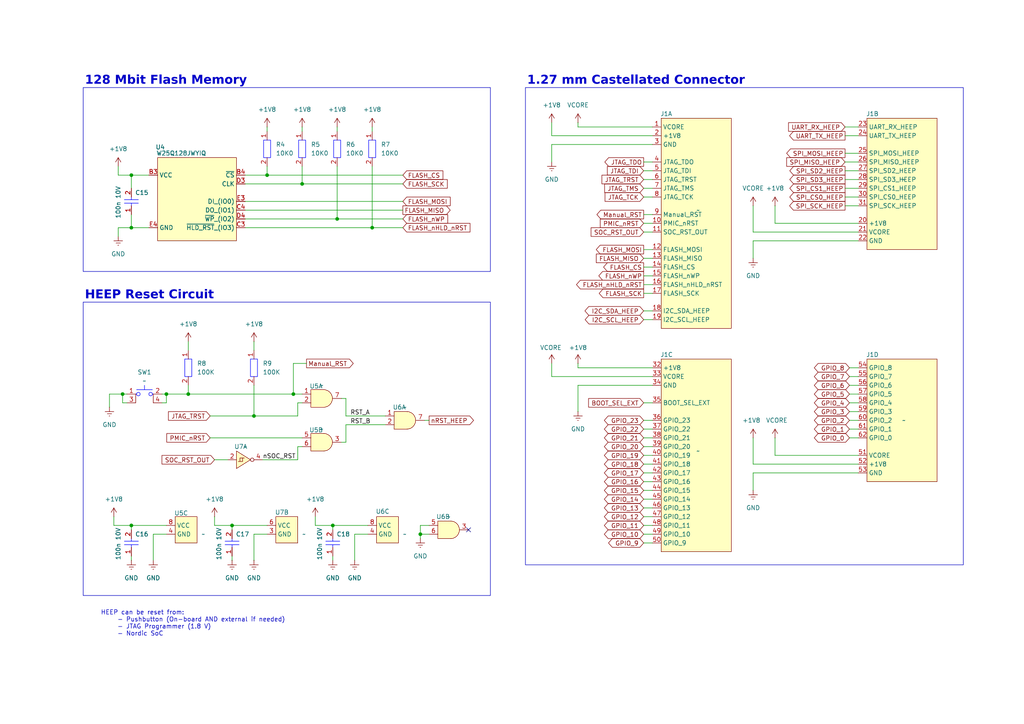
<source format=kicad_sch>
(kicad_sch (version 20231120) (generator "eeschema") (generator_version "8.0")
  (paper "A4")
  (lib_symbols
    (symbol "X-MODs_SchLib:CHEEP_Board_Castellated_Conn_1.27mm" (in_bom no)
      (property "Reference" "J" (at 0.508 1.778 0))
      (symbol "CHEEP_Board_Castellated_Conn_1.27mm_1_1"
        (rectangle (start 0 0) (end 20.32 -60.96) (stroke (width 0) (color 128 0 0 1)) (fill (type background)))
        (pin passive line (at -2.54 -2.54 0) (length 2.54) (name "VCORE") (number "1"))
        (pin passive line (at -2.54 -30.48 0) (length 2.54) (name "PMIC_nRST") (number "10"))
        (pin passive line (at -2.54 -33.02 0) (length 2.54) (name "SOC_RST_OUT") (number "11"))
        (pin passive line (at -2.54 -38.1 0) (length 2.54) (name "FLASH_MOSI") (number "12"))
        (pin passive line (at -2.54 -40.64 0) (length 2.54) (name "FLASH_MISO") (number "13"))
        (pin passive line (at -2.54 -43.18 0) (length 2.54) (name "FLASH_CS") (number "14"))
        (pin passive line (at -2.54 -45.72 0) (length 2.54) (name "FLASH_nWP") (number "15"))
        (pin passive line (at -2.54 -48.26 0) (length 2.54) (name "FLASH_nHLD_nRST") (number "16"))
        (pin passive line (at -2.54 -50.8 0) (length 2.54) (name "FLASH_SCK") (number "17"))
        (pin passive line (at -2.54 -55.88 0) (length 2.54) (name "I2C_SDA_HEEP") (number "18"))
        (pin passive line (at -2.54 -58.42 0) (length 2.54) (name "I2C_SCL_HEEP") (number "19"))
        (pin passive line (at -2.54 -5.08 0) (length 2.54) (name "+1V8") (number "2"))
        (pin passive line (at -2.54 -7.62 0) (length 2.54) (name "GND") (number "3"))
        (pin passive line (at -2.54 -12.7 0) (length 2.54) (name "JTAG_TDO") (number "4"))
        (pin passive line (at -2.54 -15.24 0) (length 2.54) (name "JTAG_TDI") (number "5"))
        (pin passive line (at -2.54 -17.78 0) (length 2.54) (name "JTAG_TRST") (number "6"))
        (pin passive line (at -2.54 -20.32 0) (length 2.54) (name "JTAG_TMS") (number "7"))
        (pin passive line (at -2.54 -22.86 0) (length 2.54) (name "JTAG_TCK") (number "8"))
        (pin passive line (at -2.54 -27.94 0) (length 2.54) (name "Manual_RST") (number "9"))
      )
      (symbol "CHEEP_Board_Castellated_Conn_1.27mm_2_1"
        (rectangle (start 0 0) (end 20.32 -38.1) (stroke (width 0) (color 128 0 0 1)) (fill (type background)))
        (pin passive line (at -2.54 -30.48 0) (length 2.54) (name "+1V8") (number "20"))
        (pin passive line (at -2.54 -33.02 0) (length 2.54) (name "VCORE") (number "21"))
        (pin passive line (at -2.54 -35.56 0) (length 2.54) (name "GND") (number "22"))
        (pin passive line (at -2.54 -2.54 0) (length 2.54) (name "UART_RX_HEEP") (number "23"))
        (pin passive line (at -2.54 -5.08 0) (length 2.54) (name "UART_TX_HEEP") (number "24"))
        (pin passive line (at -2.54 -10.16 0) (length 2.54) (name "SPI_MOSI_HEEP") (number "25"))
        (pin passive line (at -2.54 -12.7 0) (length 2.54) (name "SPI_MISO_HEEP") (number "26"))
        (pin passive line (at -2.54 -15.24 0) (length 2.54) (name "SPI_SD2_HEEP") (number "27"))
        (pin passive line (at -2.54 -17.78 0) (length 2.54) (name "SPI_SD3_HEEP") (number "28"))
        (pin passive line (at -2.54 -20.32 0) (length 2.54) (name "SPI_CS1_HEEP") (number "29"))
        (pin passive line (at -2.54 -22.86 0) (length 2.54) (name "SPI_CS0_HEEP") (number "30"))
        (pin passive line (at -2.54 -25.4 0) (length 2.54) (name "SPI_SCK_HEEP") (number "31"))
      )
      (symbol "CHEEP_Board_Castellated_Conn_1.27mm_3_1"
        (rectangle (start 0 0) (end 20.32 -55.88) (stroke (width 0) (color 128 0 0 1)) (fill (type background)))
        (pin passive line (at -2.54 -2.54 0) (length 2.54) (name "+1V8") (number "32"))
        (pin passive line (at -2.54 -5.08 0) (length 2.54) (name "VCORE") (number "33"))
        (pin passive line (at -2.54 -7.62 0) (length 2.54) (name "GND") (number "34"))
        (pin passive line (at -2.54 -12.7 0) (length 2.54) (name "BOOT_SEL_EXT") (number "35"))
        (pin passive line (at -2.54 -17.78 0) (length 2.54) (name "GPIO_23") (number "36"))
        (pin passive line (at -2.54 -20.32 0) (length 2.54) (name "GPIO_22") (number "37"))
        (pin passive line (at -2.54 -22.86 0) (length 2.54) (name "GPIO_21") (number "38"))
        (pin passive line (at -2.54 -25.4 0) (length 2.54) (name "GPIO_20") (number "39"))
        (pin passive line (at -2.54 -27.94 0) (length 2.54) (name "GPIO_19") (number "40"))
        (pin passive line (at -2.54 -30.48 0) (length 2.54) (name "GPIO_18") (number "41"))
        (pin passive line (at -2.54 -33.02 0) (length 2.54) (name "GPIO_17") (number "42"))
        (pin passive line (at -2.54 -35.56 0) (length 2.54) (name "GPIO_16") (number "43"))
        (pin passive line (at -2.54 -38.1 0) (length 2.54) (name "GPIO_15") (number "44"))
        (pin passive line (at -2.54 -40.64 0) (length 2.54) (name "GPIO_14") (number "45"))
        (pin passive line (at -2.54 -43.18 0) (length 2.54) (name "GPIO_13") (number "46"))
        (pin passive line (at -2.54 -45.72 0) (length 2.54) (name "GPIO_12") (number "47"))
        (pin passive line (at -2.54 -48.26 0) (length 2.54) (name "GPIO_11") (number "48"))
        (pin passive line (at -2.54 -50.8 0) (length 2.54) (name "GPIO_10") (number "49"))
        (pin passive line (at -2.54 -53.34 0) (length 2.54) (name "GPIO_9") (number "50"))
      )
      (symbol "CHEEP_Board_Castellated_Conn_1.27mm_4_1"
        (rectangle (start 0 0) (end 20.32 -35.56) (stroke (width 0) (color 128 0 0 1)) (fill (type background)))
        (pin passive line (at -2.54 -27.94 0) (length 2.54) (name "VCORE") (number "51"))
        (pin passive line (at -2.54 -30.48 0) (length 2.54) (name "+1V8") (number "52"))
        (pin passive line (at -2.54 -33.02 0) (length 2.54) (name "GND") (number "53"))
        (pin passive line (at -2.54 -2.54 0) (length 2.54) (name "GPIO_8") (number "54"))
        (pin passive line (at -2.54 -5.08 0) (length 2.54) (name "GPIO_7") (number "55"))
        (pin passive line (at -2.54 -7.62 0) (length 2.54) (name "GPIO_6") (number "56"))
        (pin passive line (at -2.54 -10.16 0) (length 2.54) (name "GPIO_5") (number "57"))
        (pin passive line (at -2.54 -12.7 0) (length 2.54) (name "GPIO_4") (number "58"))
        (pin passive line (at -2.54 -15.24 0) (length 2.54) (name "GPIO_3") (number "59"))
        (pin passive line (at -2.54 -17.78 0) (length 2.54) (name "GPIO_2") (number "60"))
        (pin passive line (at -2.54 -20.32 0) (length 2.54) (name "GPIO_1") (number "61"))
        (pin passive line (at -2.54 -22.86 0) (length 2.54) (name "GPIO_0") (number "62"))
      )
    )
    (symbol "X-MODs_SchLib:CRCW0402100KFKEDC"
      (property "Reference" "R" (at -4.064 5.588 0))
      (property "Value" "100K" (at -4.064 3.302 0))
      (symbol "CRCW0402100KFKEDC_0_1"
        (rectangle (start -2.54 1.016) (end 2.54 -1.016) (stroke (width 0) (color 0 0 255 1)))
      )
      (symbol "CRCW0402100KFKEDC_1_1"
        (pin passive line (at -5.08 0 0) (length 2.54) (name "") (number "1"))
        (pin passive line (at 5.08 0 180) (length 2.54) (name "") (number "2"))
      )
    )
    (symbol "X-MODs_SchLib:CRCW040210K0FKEDHP"
      (property "Reference" "R" (at -4.064 5.588 0))
      (property "Value" "10K0" (at -4.064 3.302 0))
      (symbol "CRCW040210K0FKEDHP_0_1"
        (rectangle (start -2.54 1.016) (end 2.54 -1.016) (stroke (width 0) (color 0 0 255 1)))
      )
      (symbol "CRCW040210K0FKEDHP_1_1"
        (pin passive line (at -5.08 0 0) (length 2.54) (name "") (number "1"))
        (pin passive line (at 5.08 0 180) (length 2.54) (name "") (number "2"))
      )
    )
    (symbol "X-MODs_SchLib:GRM155R71A104JA01D"
      (property "Reference" "C" (at -4.826 5.588 0))
      (property "Value" "100n 10V" (at -4.826 3.302 0))
      (symbol "GRM155R71A104JA01D_1_1"
        (polyline (pts (xy -1.27 0) (xy -0.508 0)) (stroke (width 0) (color 0 0 255 1)))
        (polyline (pts (xy -0.508 2.032) (xy -0.508 -2.032)) (stroke (width 0) (color 0 0 255 1)))
        (polyline (pts (xy 0.508 2.032) (xy 0.508 -2.032)) (stroke (width 0) (color 0 0 255 1)))
        (polyline (pts (xy 1.27 0) (xy 0.508 0)) (stroke (width 0) (color 0 0 255 1)))
        (pin passive line (at -3.81 0 0) (length 2.54) (name "") (number "1"))
        (pin passive line (at 3.81 0 180) (length 2.54) (name "") (number "2"))
      )
    )
    (symbol "X-MODs_SchLib:SN74AUP1G14DSFR"
      (property "Reference" "U" (at 0.508 3.048 0))
      (property "Value" "SN74AUP1G14DSFR" (at 9.144 1.016 0))
      (symbol "SN74AUP1G14DSFR_1_1"
        (polyline (pts (xy 1.778 -2.032) (xy 2.286 -2.032)))
        (polyline (pts (xy 4.064 -2.54) (xy 0 -5.08) (xy 0 0) (xy 4.064 -2.54)) (fill (type background)))
        (polyline (pts (xy 0.508 -3.048) (xy 1.778 -3.048) (xy 1.778 -2.032) (xy 1.016 -2.032) (xy 1.016 -3.048)))
        (circle (center 4.572 -2.54) (radius 0.508))
        (pin passive line (at -2.54 -2.54 0) (length 2.54) (name "") (number "2"))
        (pin passive line (at 7.62 -2.54 180) (length 2.54) (name "") (number "4"))
      )
      (symbol "SN74AUP1G14DSFR_2_1"
        (rectangle (start 0 0) (end 6.35 -7.62) (stroke (width 0) (color 128 0 0 1)) (fill (type background)))
        (pin no_connect line (at 6.35 -1.27 180) (length 2.54) hide (name "") (number "1"))
        (pin passive line (at -2.54 -5.08 0) (length 2.54) (name "GND") (number "3"))
        (pin no_connect line (at 6.35 -6.35 180) (length 2.54) hide (name "") (number "5"))
        (pin passive line (at -2.54 -2.54 0) (length 2.54) (name "VCC") (number "6"))
      )
    )
    (symbol "X-MODs_SchLib:SN74AUP2G08DQER"
      (property "Reference" "U" (at 0.508 3.302 0))
      (property "Value" "SN74AUP2G08DQER" (at 9.144 1.524 0))
      (symbol "SN74AUP2G08DQER_1_1"
        (polyline (pts (xy 3.81 -5.08) (xy 0 -5.08) (xy 0 0) (xy 3.81 0)) (fill (type background)))
        (arc (start 3.81 -5.08) (mid 6.2335 -2.54) (end 3.81 0) (fill (type background)))
        (pin passive line (at -2.54 -1.27 0) (length 2.54) (name "") (number "1"))
        (pin passive line (at -2.54 -3.81 0) (length 2.54) (name "") (number "2"))
        (pin passive line (at 8.89 -2.54 180) (length 2.54) (name "") (number "7"))
      )
      (symbol "SN74AUP2G08DQER_2_1"
        (polyline (pts (xy 3.81 -5.08) (xy 0 -5.08) (xy 0 0) (xy 3.81 0)) (fill (type background)))
        (arc (start 3.81 -5.08) (mid 6.2335 -2.54) (end 3.81 0) (fill (type background)))
        (pin passive line (at 8.89 -2.54 180) (length 2.54) (name "") (number "3"))
        (pin passive line (at -2.54 -1.27 0) (length 2.54) (name "") (number "5"))
        (pin passive line (at -2.54 -3.81 0) (length 2.54) (name "") (number "6"))
      )
      (symbol "SN74AUP2G08DQER_3_1"
        (rectangle (start 0 0) (end 6.35 -7.62) (stroke (width 0) (color 128 0 0 1)) (fill (type background)))
        (pin passive line (at -2.54 -5.08 0) (length 2.54) (name "GND") (number "4"))
        (pin passive line (at -2.54 -2.54 0) (length 2.54) (name "VCC") (number "8"))
      )
    )
    (symbol "X-MODs_SchLib:TL1030AF160AQJ"
      (property "Reference" "SW" (at -1.27 4.064 0))
      (symbol "TL1030AF160AQJ_0_1"
        (circle (center -1.778 0) (radius 0.508) (stroke (width 0) (color 0 0 255 1)))
        (polyline (pts (xy -2.54 -2.54) (xy -2.54 0)))
        (polyline (pts (xy -2.54 0) (xy -2.286 0)) (stroke (width 0) (color 0 0 255 1)))
        (polyline (pts (xy 2.54 -2.54) (xy 2.54 0)))
        (polyline (pts (xy 2.54 0) (xy 2.286 0)) (stroke (width 0) (color 0 0 255 1)))
        (circle (center 1.778 0) (radius 0.508) (stroke (width 0) (color 0 0 255 1)))
      )
      (symbol "TL1030AF160AQJ_1_1"
        (polyline (pts (xy -2.286 1.27) (xy 2.286 1.27)) (stroke (width 0) (color 0 0 255 1)))
        (polyline (pts (xy 0 2.54) (xy 0 1.27)) (stroke (width 0) (color 0 0 255 1)))
        (pin passive line (at -5.08 0 0) (length 2.54) (name "") (number "1"))
        (pin passive line (at 5.08 0 180) (length 2.54) (name "") (number "2"))
        (pin passive line (at -5.08 -2.54 0) (length 2.54) (name "") (number "3"))
        (pin passive line (at 5.08 -2.54 180) (length 2.54) (name "") (number "4"))
      )
    )
    (symbol "X-MODs_SchLib:W25Q128JWYIQ"
      (property "Reference" "U" (at -0.254 2.794 0))
      (property "Value" "W25Q128JWYIQ " (at -0.254 1.016 0))
      (symbol "W25Q128JWYIQ_0_1"
        (rectangle (start 0 0) (end 22.86 -24.13) (stroke (width 0) (color 128 0 0 1)) (fill (type background)))
      )
      (symbol "W25Q128JWYIQ_1_1"
        (pin no_connect line (at 17.78 0 270) (length 2.54) hide (name "NC") (number "A2"))
        (pin no_connect line (at 20.32 0 270) (length 2.54) hide (name "NC") (number "A5"))
        (pin no_connect line (at 17.145 -23.495 90) (length 2.54) hide (name "NC") (number "A6"))
        (pin no_connect line (at 14.605 -23.495 90) (length 2.54) hide (name "NC") (number "B1"))
        (pin passive line (at -2.54 -5.08 0) (length 2.54) (name "VCC") (number "B3"))
        (pin passive line (at 25.4 -5.08 180) (length 2.54) (name "~{CS}") (number "B4"))
        (pin no_connect line (at 12.065 -23.495 90) (length 2.54) hide (name "NC") (number "B6"))
        (pin no_connect line (at 2.54 0 270) (length 2.54) hide (name "NC") (number "C1"))
        (pin passive line (at 25.4 -20.32 180) (length 2.54) (name "~{HLD_RST}_(IO3)") (number "C3"))
        (pin passive line (at 25.4 -15.24 180) (length 2.54) (name "DO_(IO1)") (number "C4"))
        (pin no_connect line (at 5.08 0 270) (length 2.54) hide (name "NC") (number "C6"))
        (pin no_connect line (at 7.62 0 270) (length 2.54) hide (name "NC") (number "D1"))
        (pin passive line (at 25.4 -7.62 180) (length 2.54) (name "CLK") (number "D3"))
        (pin passive line (at 25.4 -17.78 180) (length 2.54) (name "~{WP}_(IO2)") (number "D4"))
        (pin no_connect line (at 10.16 0 270) (length 2.54) hide (name "NC") (number "D6"))
        (pin no_connect line (at 12.7 0 270) (length 2.54) hide (name "NC") (number "E1"))
        (pin passive line (at 25.4 -12.7 180) (length 2.54) (name "DI_(IO0)") (number "E3"))
        (pin passive line (at -2.54 -20.32 0) (length 2.54) (name "GND") (number "E4"))
        (pin no_connect line (at 15.24 0 270) (length 2.54) hide (name "NC") (number "E6"))
        (pin no_connect line (at 9.525 -23.495 90) (length 2.54) hide (name "NC") (number "F2"))
        (pin no_connect line (at 6.985 -23.495 90) (length 2.54) hide (name "NC") (number "F5"))
      )
    )
    (symbol "power:+1V8" (power) (pin_numbers hide) (pin_names (offset 0) hide)
      (property "Value" "+1V8" (at 0 3.556 0))
      (symbol "+1V8_0_1"
        (polyline (pts (xy -0.762 1.27) (xy 0 2.54)))
        (polyline (pts (xy 0 0) (xy 0 2.54)))
        (polyline (pts (xy 0 2.54) (xy 0.762 1.27)))
      )
      (symbol "+1V8_1_1"
        (pin power_in line (at 0 0 90) (length 0) (name "~") (number "1"))
      )
    )
    (symbol "power:Earth" (power) (pin_numbers hide) (pin_names (offset 0) hide)
      (property "Value" "Earth" (at 0 -3.81 0))
      (symbol "Earth_0_1"
        (polyline (pts (xy -0.635 -1.905) (xy 0.635 -1.905)))
        (polyline (pts (xy -0.127 -2.54) (xy 0.127 -2.54)))
        (polyline (pts (xy 0 -1.27) (xy 0 0)))
        (polyline (pts (xy 1.27 -1.27) (xy -1.27 -1.27)))
      )
      (symbol "Earth_1_1"
        (pin power_in line (at 0 0 270) (length 0) (name "~") (number "1"))
      )
    )
  )
  (junction (at 85.09 114.3))
  (junction (at 87.63 53.34))
  (junction (at 121.92 154.94))
  (junction (at 96.52 152.4))
  (junction (at 35.56 114.3))
  (junction (at 97.79 63.5))
  (junction (at 38.1 50.8))
  (junction (at 107.95 66.04))
  (junction (at 38.1 66.04))
  (junction (at 67.31 152.4))
  (junction (at 54.61 114.3))
  (junction (at 73.66 120.65))
  (junction (at 38.1 152.4))
  (junction (at 48.26 114.3))
  (junction (at 77.47 50.8))
  (no_connect (at 135.89 153.67))
  (wire (pts (xy 186.69 46.99) (xy 189.23 46.99)))
  (wire (pts (xy 91.44 152.4) (xy 96.52 152.4)))
  (wire (pts (xy 218.44 67.31) (xy 248.92 67.31)))
  (wire (pts (xy 123.19 121.92) (xy 124.46 121.92)))
  (wire (pts (xy 38.1 152.4) (xy 48.26 152.4)))
  (wire (pts (xy 160.02 46.99) (xy 160.02 41.91)))
  (wire (pts (xy 186.69 134.62) (xy 189.23 134.62)))
  (wire (pts (xy 88.9 105.41) (xy 85.09 105.41)))
  (wire (pts (xy 186.69 157.48) (xy 189.23 157.48)))
  (wire (pts (xy 73.66 99.06) (xy 73.66 101.6)))
  (wire (pts (xy 44.45 154.94) (xy 48.26 154.94)))
  (wire (pts (xy 86.36 129.54) (xy 86.36 133.35)))
  (wire (pts (xy 38.1 161.29) (xy 38.1 162.56)))
  (wire (pts (xy 167.64 36.83) (xy 189.23 36.83)))
  (wire (pts (xy 87.63 48.26) (xy 87.63 53.34)))
  (wire (pts (xy 86.36 129.54) (xy 87.63 129.54)))
  (wire (pts (xy 186.69 57.15) (xy 189.23 57.15)))
  (wire (pts (xy 186.69 54.61) (xy 189.23 54.61)))
  (wire (pts (xy 100.33 115.57) (xy 100.33 120.65)))
  (wire (pts (xy 116.84 58.42) (xy 71.12 58.42)))
  (wire (pts (xy 124.46 154.94) (xy 121.92 154.94)))
  (wire (pts (xy 186.69 154.94) (xy 189.23 154.94)))
  (wire (pts (xy 167.64 111.76) (xy 167.64 119.38)))
  (wire (pts (xy 245.11 49.53) (xy 248.92 49.53)))
  (wire (pts (xy 62.23 152.4) (xy 67.31 152.4)))
  (wire (pts (xy 87.63 53.34) (xy 71.12 53.34)))
  (wire (pts (xy 160.02 39.37) (xy 189.23 39.37)))
  (wire (pts (xy 73.66 154.94) (xy 73.66 162.56)))
  (wire (pts (xy 167.64 106.68) (xy 189.23 106.68)))
  (wire (pts (xy 246.38 109.22) (xy 248.92 109.22)))
  (wire (pts (xy 160.02 39.37) (xy 160.02 35.56)))
  (wire (pts (xy 76.2 133.35) (xy 86.36 133.35)))
  (wire (pts (xy 186.69 152.4) (xy 189.23 152.4)))
  (wire (pts (xy 246.38 121.92) (xy 248.92 121.92)))
  (wire (pts (xy 116.84 50.8) (xy 77.47 50.8)))
  (wire (pts (xy 87.63 36.83) (xy 87.63 38.1)))
  (wire (pts (xy 97.79 63.5) (xy 116.84 63.5)))
  (wire (pts (xy 48.26 114.3) (xy 48.26 116.84)))
  (wire (pts (xy 186.69 62.23) (xy 189.23 62.23)))
  (wire (pts (xy 245.11 52.07) (xy 248.92 52.07)))
  (wire (pts (xy 38.1 62.23) (xy 38.1 66.04)))
  (wire (pts (xy 91.44 149.86) (xy 91.44 152.4)))
  (wire (pts (xy 186.69 67.31) (xy 189.23 67.31)))
  (wire (pts (xy 186.69 129.54) (xy 189.23 129.54)))
  (wire (pts (xy 246.38 116.84) (xy 248.92 116.84)))
  (wire (pts (xy 116.84 60.96) (xy 71.12 60.96)))
  (wire (pts (xy 97.79 36.83) (xy 97.79 38.1)))
  (wire (pts (xy 99.06 115.57) (xy 100.33 115.57)))
  (wire (pts (xy 121.92 154.94) (xy 121.92 156.21)))
  (wire (pts (xy 71.12 66.04) (xy 107.95 66.04)))
  (wire (pts (xy 245.11 59.69) (xy 248.92 59.69)))
  (wire (pts (xy 107.95 66.04) (xy 116.84 66.04)))
  (wire (pts (xy 107.95 48.26) (xy 107.95 66.04)))
  (wire (pts (xy 218.44 134.62) (xy 218.44 127)))
  (wire (pts (xy 186.69 144.78) (xy 189.23 144.78)))
  (wire (pts (xy 186.69 147.32) (xy 189.23 147.32)))
  (wire (pts (xy 246.38 127) (xy 248.92 127)))
  (wire (pts (xy 102.87 154.94) (xy 102.87 162.56)))
  (wire (pts (xy 186.69 85.09) (xy 189.23 85.09)))
  (wire (pts (xy 160.02 109.22) (xy 189.23 109.22)))
  (wire (pts (xy 38.1 50.8) (xy 43.18 50.8)))
  (wire (pts (xy 67.31 152.4) (xy 77.47 152.4)))
  (wire (pts (xy 167.64 111.76) (xy 189.23 111.76)))
  (wire (pts (xy 100.33 120.65) (xy 111.76 120.65)))
  (wire (pts (xy 34.29 48.26) (xy 34.29 50.8)))
  (wire (pts (xy 186.69 137.16) (xy 189.23 137.16)))
  (wire (pts (xy 86.36 120.65) (xy 86.36 116.84)))
  (wire (pts (xy 33.02 152.4) (xy 38.1 152.4)))
  (wire (pts (xy 96.52 152.4) (xy 96.52 153.67)))
  (wire (pts (xy 54.61 99.06) (xy 54.61 101.6)))
  (wire (pts (xy 97.79 48.26) (xy 97.79 63.5)))
  (wire (pts (xy 54.61 114.3) (xy 54.61 111.76)))
  (wire (pts (xy 186.69 77.47) (xy 189.23 77.47)))
  (wire (pts (xy 186.69 49.53) (xy 189.23 49.53)))
  (wire (pts (xy 38.1 152.4) (xy 38.1 153.67)))
  (wire (pts (xy 186.69 80.01) (xy 189.23 80.01)))
  (wire (pts (xy 35.56 114.3) (xy 35.56 116.84)))
  (wire (pts (xy 167.64 105.41) (xy 167.64 106.68)))
  (wire (pts (xy 107.95 36.83) (xy 107.95 38.1)))
  (wire (pts (xy 77.47 50.8) (xy 71.12 50.8)))
  (wire (pts (xy 116.84 53.34) (xy 87.63 53.34)))
  (wire (pts (xy 48.26 114.3) (xy 54.61 114.3)))
  (wire (pts (xy 186.69 74.93) (xy 189.23 74.93)))
  (wire (pts (xy 186.69 92.71) (xy 189.23 92.71)))
  (wire (pts (xy 246.38 106.68) (xy 248.92 106.68)))
  (wire (pts (xy 186.69 124.46) (xy 189.23 124.46)))
  (wire (pts (xy 246.38 114.3) (xy 248.92 114.3)))
  (wire (pts (xy 96.52 161.29) (xy 96.52 162.56)))
  (wire (pts (xy 85.09 114.3) (xy 87.63 114.3)))
  (wire (pts (xy 224.79 64.77) (xy 224.79 59.69)))
  (wire (pts (xy 218.44 67.31) (xy 218.44 59.69)))
  (wire (pts (xy 77.47 36.83) (xy 77.47 38.1)))
  (wire (pts (xy 186.69 90.17) (xy 189.23 90.17)))
  (wire (pts (xy 224.79 132.08) (xy 224.79 127)))
  (wire (pts (xy 218.44 74.93) (xy 218.44 69.85)))
  (wire (pts (xy 33.02 149.86) (xy 33.02 152.4)))
  (wire (pts (xy 245.11 36.83) (xy 248.92 36.83)))
  (wire (pts (xy 96.52 152.4) (xy 106.68 152.4)))
  (wire (pts (xy 62.23 133.35) (xy 66.04 133.35)))
  (wire (pts (xy 99.06 128.27) (xy 100.33 128.27)))
  (wire (pts (xy 36.83 116.84) (xy 35.56 116.84)))
  (wire (pts (xy 62.23 149.86) (xy 62.23 152.4)))
  (wire (pts (xy 186.69 52.07) (xy 189.23 52.07)))
  (wire (pts (xy 224.79 64.77) (xy 248.92 64.77)))
  (wire (pts (xy 167.64 36.83) (xy 167.64 35.56)))
  (wire (pts (xy 38.1 50.8) (xy 38.1 54.61)))
  (wire (pts (xy 71.12 63.5) (xy 97.79 63.5)))
  (wire (pts (xy 246.38 124.46) (xy 248.92 124.46)))
  (wire (pts (xy 86.36 116.84) (xy 87.63 116.84)))
  (wire (pts (xy 73.66 111.76) (xy 73.66 120.65)))
  (wire (pts (xy 186.69 121.92) (xy 189.23 121.92)))
  (wire (pts (xy 35.56 114.3) (xy 31.75 114.3)))
  (wire (pts (xy 186.69 82.55) (xy 189.23 82.55)))
  (wire (pts (xy 186.69 149.86) (xy 189.23 149.86)))
  (wire (pts (xy 73.66 120.65) (xy 86.36 120.65)))
  (wire (pts (xy 67.31 161.29) (xy 67.31 162.56)))
  (wire (pts (xy 73.66 154.94) (xy 77.47 154.94)))
  (wire (pts (xy 186.69 132.08) (xy 189.23 132.08)))
  (wire (pts (xy 46.99 116.84) (xy 48.26 116.84)))
  (wire (pts (xy 186.69 72.39) (xy 189.23 72.39)))
  (wire (pts (xy 60.96 127) (xy 87.63 127)))
  (wire (pts (xy 224.79 132.08) (xy 248.92 132.08)))
  (wire (pts (xy 31.75 114.3) (xy 31.75 118.11)))
  (wire (pts (xy 60.96 120.65) (xy 73.66 120.65)))
  (wire (pts (xy 54.61 114.3) (xy 85.09 114.3)))
  (wire (pts (xy 100.33 128.27) (xy 100.33 123.19)))
  (wire (pts (xy 186.69 139.7) (xy 189.23 139.7)))
  (wire (pts (xy 124.46 152.4) (xy 121.92 152.4)))
  (wire (pts (xy 218.44 69.85) (xy 248.92 69.85)))
  (wire (pts (xy 186.69 142.24) (xy 189.23 142.24)))
  (wire (pts (xy 245.11 46.99) (xy 248.92 46.99)))
  (wire (pts (xy 246.38 111.76) (xy 248.92 111.76)))
  (wire (pts (xy 160.02 41.91) (xy 189.23 41.91)))
  (wire (pts (xy 245.11 39.37) (xy 248.92 39.37)))
  (wire (pts (xy 77.47 48.26) (xy 77.47 50.8)))
  (wire (pts (xy 218.44 137.16) (xy 248.92 137.16)))
  (wire (pts (xy 218.44 134.62) (xy 248.92 134.62)))
  (wire (pts (xy 245.11 57.15) (xy 248.92 57.15)))
  (wire (pts (xy 35.56 114.3) (xy 36.83 114.3)))
  (wire (pts (xy 46.99 114.3) (xy 48.26 114.3)))
  (wire (pts (xy 245.11 44.45) (xy 248.92 44.45)))
  (wire (pts (xy 245.11 54.61) (xy 248.92 54.61)))
  (wire (pts (xy 102.87 154.94) (xy 106.68 154.94)))
  (wire (pts (xy 85.09 105.41) (xy 85.09 114.3)))
  (wire (pts (xy 186.69 116.84) (xy 189.23 116.84)))
  (wire (pts (xy 160.02 105.41) (xy 160.02 109.22)))
  (wire (pts (xy 38.1 66.04) (xy 43.18 66.04)))
  (wire (pts (xy 186.69 64.77) (xy 189.23 64.77)))
  (wire (pts (xy 44.45 154.94) (xy 44.45 162.56)))
  (wire (pts (xy 34.29 66.04) (xy 38.1 66.04)))
  (wire (pts (xy 218.44 142.24) (xy 218.44 137.16)))
  (wire (pts (xy 246.38 119.38) (xy 248.92 119.38)))
  (wire (pts (xy 100.33 123.19) (xy 111.76 123.19)))
  (wire (pts (xy 34.29 50.8) (xy 38.1 50.8)))
  (wire (pts (xy 67.31 152.4) (xy 67.31 153.67)))
  (wire (pts (xy 121.92 152.4) (xy 121.92 154.94)))
  (wire (pts (xy 34.29 68.58) (xy 34.29 66.04)))
  (wire (pts (xy 186.69 127) (xy 189.23 127)))
  (rectangle (start 152.4 25.4) (end 279.4 163.83))
  (rectangle (start 24.13 25.4) (end 142.24 78.74))
  (rectangle (start 24.13 87.63) (end 142.24 172.72))
  (text "HEEP Reset Circuit" (at 24.638 86.36 0) (effects (font (size 2.54 2.54) (thickness 0.254) (bold yes) (italic yes)) (justify left)))
  (text "HEEP can be reset from:\n	- Pushbutton (On-board AND external if needed)\n	- JTAG Programmer (1.8 V)\n	- Nordic SoC" (at 29.21 180.848 0) (effects (font (size 1.27 1.27)) (justify left)))
  (text "1.27 mm Castellated Connector" (at 152.908 24.13 0) (effects (font (size 2.54 2.54) (thickness 0.254) (bold yes) (italic yes)) (justify left)))
  (text "128 Mbit Flash Memory" (at 24.638 24.13 0) (effects (font (size 2.54 2.54) (thickness 0.254) (bold yes) (italic yes)) (justify left)))
  (label "nSOC_RST" (at 76.2 133.35 0))
  (label "RST_A" (at 101.6 120.65 0))
  (label "RST_B" (at 101.6 123.19 0))
  (global_label "JTAG_TRST" (shape input) (at 186.69 52.07 180) (property "Intersheetrefs" "${INTERSHEET_REFS}" (effects (hide yes))))
  (global_label "GPIO_3" (shape bidirectional) (at 246.38 119.38 180) (property "Intersheetrefs" "${INTERSHEET_REFS}" (effects (hide yes))))
  (global_label "Manual_RST" (shape output) (at 186.69 62.23 180) (property "Intersheetrefs" "${INTERSHEET_REFS}" (effects (hide yes))))
  (global_label "SOC_RST_OUT" (shape input) (at 62.23 133.35 180) (property "Intersheetrefs" "${INTERSHEET_REFS}" (effects (hide yes))))
  (global_label "GPIO_5" (shape bidirectional) (at 246.38 114.3 180) (property "Intersheetrefs" "${INTERSHEET_REFS}" (effects (hide yes))))
  (global_label "SPI_MOSI_HEEP" (shape output) (at 245.11 44.45 180) (property "Intersheetrefs" "${INTERSHEET_REFS}" (effects (hide yes))))
  (global_label "JTAG_TMS" (shape input) (at 186.69 54.61 180) (property "Intersheetrefs" "${INTERSHEET_REFS}" (effects (hide yes))))
  (global_label "GPIO_19" (shape bidirectional) (at 186.69 132.08 180) (property "Intersheetrefs" "${INTERSHEET_REFS}" (effects (hide yes))))
  (global_label "Manual_RST" (shape output) (at 88.9 105.41 0) (property "Intersheetrefs" "${INTERSHEET_REFS}" (effects (hide yes))))
  (global_label "SPI_SCK_HEEP" (shape output) (at 245.11 59.69 180) (property "Intersheetrefs" "${INTERSHEET_REFS}" (effects (hide yes))))
  (global_label "FLASH_CS" (shape output) (at 186.69 77.47 180) (property "Intersheetrefs" "${INTERSHEET_REFS}" (effects (hide yes))))
  (global_label "FLASH_nHLD_nRST" (shape input) (at 116.84 66.04 0) (property "Intersheetrefs" "${INTERSHEET_REFS}" (effects (hide yes))))
  (global_label "GPIO_4" (shape bidirectional) (at 246.38 116.84 180) (property "Intersheetrefs" "${INTERSHEET_REFS}" (effects (hide yes))))
  (global_label "I2C_SCL_HEEP" (shape bidirectional) (at 186.69 92.71 180) (property "Intersheetrefs" "${INTERSHEET_REFS}" (effects (hide yes))))
  (global_label "FLASH_MISO" (shape output) (at 116.84 60.96 0) (property "Intersheetrefs" "${INTERSHEET_REFS}" (effects (hide yes))))
  (global_label "GPIO_7" (shape bidirectional) (at 246.38 109.22 180) (property "Intersheetrefs" "${INTERSHEET_REFS}" (effects (hide yes))))
  (global_label "GPIO_0" (shape bidirectional) (at 246.38 127 180) (property "Intersheetrefs" "${INTERSHEET_REFS}" (effects (hide yes))))
  (global_label "BOOT_SEL_EXT" (shape input) (at 186.69 116.84 180) (property "Intersheetrefs" "${INTERSHEET_REFS}" (effects (hide yes))))
  (global_label "FLASH_MOSI" (shape output) (at 186.69 72.39 180) (property "Intersheetrefs" "${INTERSHEET_REFS}" (effects (hide yes))))
  (global_label "GPIO_17" (shape bidirectional) (at 186.69 137.16 180) (property "Intersheetrefs" "${INTERSHEET_REFS}" (effects (hide yes))))
  (global_label "UART_TX_HEEP" (shape output) (at 245.11 39.37 180) (property "Intersheetrefs" "${INTERSHEET_REFS}" (effects (hide yes))))
  (global_label "SPI_MISO_HEEP" (shape input) (at 245.11 46.99 180) (property "Intersheetrefs" "${INTERSHEET_REFS}" (effects (hide yes))))
  (global_label "FLASH_nWP" (shape input) (at 116.84 63.5 0) (property "Intersheetrefs" "${INTERSHEET_REFS}" (effects (hide yes))))
  (global_label "GPIO_20" (shape bidirectional) (at 186.69 129.54 180) (property "Intersheetrefs" "${INTERSHEET_REFS}" (effects (hide yes))))
  (global_label "GPIO_6" (shape bidirectional) (at 246.38 111.76 180) (property "Intersheetrefs" "${INTERSHEET_REFS}" (effects (hide yes))))
  (global_label "FLASH_MOSI" (shape input) (at 116.84 58.42 0) (property "Intersheetrefs" "${INTERSHEET_REFS}" (effects (hide yes))))
  (global_label "JTAG_TDO" (shape output) (at 186.69 46.99 180) (property "Intersheetrefs" "${INTERSHEET_REFS}" (effects (hide yes))))
  (global_label "GPIO_1" (shape bidirectional) (at 246.38 124.46 180) (property "Intersheetrefs" "${INTERSHEET_REFS}" (effects (hide yes))))
  (global_label "GPIO_21" (shape bidirectional) (at 186.69 127 180) (property "Intersheetrefs" "${INTERSHEET_REFS}" (effects (hide yes))))
  (global_label "SOC_RST_OUT" (shape input) (at 186.69 67.31 180) (property "Intersheetrefs" "${INTERSHEET_REFS}" (effects (hide yes))))
  (global_label "GPIO_16" (shape bidirectional) (at 186.69 139.7 180) (property "Intersheetrefs" "${INTERSHEET_REFS}" (effects (hide yes))))
  (global_label "GPIO_18" (shape bidirectional) (at 186.69 134.62 180) (property "Intersheetrefs" "${INTERSHEET_REFS}" (effects (hide yes))))
  (global_label "FLASH_MISO" (shape input) (at 186.69 74.93 180) (property "Intersheetrefs" "${INTERSHEET_REFS}" (effects (hide yes))))
  (global_label "GPIO_11" (shape bidirectional) (at 186.69 152.4 180) (property "Intersheetrefs" "${INTERSHEET_REFS}" (effects (hide yes))))
  (global_label "GPIO_12" (shape bidirectional) (at 186.69 149.86 180) (property "Intersheetrefs" "${INTERSHEET_REFS}" (effects (hide yes))))
  (global_label "SPI_SD3_HEEP" (shape output) (at 245.11 52.07 180) (property "Intersheetrefs" "${INTERSHEET_REFS}" (effects (hide yes))))
  (global_label "JTAG_TDI" (shape input) (at 186.69 49.53 180) (property "Intersheetrefs" "${INTERSHEET_REFS}" (effects (hide yes))))
  (global_label "GPIO_23" (shape bidirectional) (at 186.69 121.92 180) (property "Intersheetrefs" "${INTERSHEET_REFS}" (effects (hide yes))))
  (global_label "GPIO_13" (shape bidirectional) (at 186.69 147.32 180) (property "Intersheetrefs" "${INTERSHEET_REFS}" (effects (hide yes))))
  (global_label "GPIO_10" (shape bidirectional) (at 186.69 154.94 180) (property "Intersheetrefs" "${INTERSHEET_REFS}" (effects (hide yes))))
  (global_label "GPIO_2" (shape bidirectional) (at 246.38 121.92 180) (property "Intersheetrefs" "${INTERSHEET_REFS}" (effects (hide yes))))
  (global_label "GPIO_8" (shape bidirectional) (at 246.38 106.68 180) (property "Intersheetrefs" "${INTERSHEET_REFS}" (effects (hide yes))))
  (global_label "GPIO_14" (shape bidirectional) (at 186.69 144.78 180) (property "Intersheetrefs" "${INTERSHEET_REFS}" (effects (hide yes))))
  (global_label "JTAG_TRST" (shape input) (at 60.96 120.65 180) (property "Intersheetrefs" "${INTERSHEET_REFS}" (effects (hide yes))))
  (global_label "SPI_CS1_HEEP" (shape output) (at 245.11 54.61 180) (property "Intersheetrefs" "${INTERSHEET_REFS}" (effects (hide yes))))
  (global_label "GPIO_9" (shape bidirectional) (at 186.69 157.48 180) (property "Intersheetrefs" "${INTERSHEET_REFS}" (effects (hide yes))))
  (global_label "SPI_SD2_HEEP" (shape output) (at 245.11 49.53 180) (property "Intersheetrefs" "${INTERSHEET_REFS}" (effects (hide yes))))
  (global_label "FLASH_SCK" (shape output) (at 186.69 85.09 180) (property "Intersheetrefs" "${INTERSHEET_REFS}" (effects (hide yes))))
  (global_label "GPIO_15" (shape bidirectional) (at 186.69 142.24 180) (property "Intersheetrefs" "${INTERSHEET_REFS}" (effects (hide yes))))
  (global_label "GPIO_22" (shape bidirectional) (at 186.69 124.46 180) (property "Intersheetrefs" "${INTERSHEET_REFS}" (effects (hide yes))))
  (global_label "FLASH_CS" (shape input) (at 116.84 50.8 0) (property "Intersheetrefs" "${INTERSHEET_REFS}" (effects (hide yes))))
  (global_label "PMIC_nRST" (shape input) (at 60.96 127 180) (property "Intersheetrefs" "${INTERSHEET_REFS}" (effects (hide yes))))
  (global_label "SPI_CS0_HEEP" (shape output) (at 245.11 57.15 180) (property "Intersheetrefs" "${INTERSHEET_REFS}" (effects (hide yes))))
  (global_label "FLASH_nHLD_nRST" (shape output) (at 186.69 82.55 180) (property "Intersheetrefs" "${INTERSHEET_REFS}" (effects (hide yes))))
  (global_label "FLASH_SCK" (shape input) (at 116.84 53.34 0) (property "Intersheetrefs" "${INTERSHEET_REFS}" (effects (hide yes))))
  (global_label "JTAG_TCK" (shape input) (at 186.69 57.15 180) (property "Intersheetrefs" "${INTERSHEET_REFS}" (effects (hide yes))))
  (global_label "UART_RX_HEEP" (shape input) (at 245.11 36.83 180) (property "Intersheetrefs" "${INTERSHEET_REFS}" (effects (hide yes))))
  (global_label "FLASH_nWP" (shape output) (at 186.69 80.01 180) (property "Intersheetrefs" "${INTERSHEET_REFS}" (effects (hide yes))))
  (global_label "I2C_SDA_HEEP" (shape bidirectional) (at 186.69 90.17 180) (property "Intersheetrefs" "${INTERSHEET_REFS}" (effects (hide yes))))
  (global_label "nRST_HEEP" (shape output) (at 124.46 121.92 0) (property "Intersheetrefs" "${INTERSHEET_REFS}" (effects (hide yes))))
  (global_label "PMIC_nRST" (shape input) (at 186.69 64.77 180) (property "Intersheetrefs" "${INTERSHEET_REFS}" (effects (hide yes))))
  (symbol (lib_id "power:+1V8") (at 97.79 36.83 0) (unit 1)
    (property "Reference" "#PWR023" (effects (hide yes)))
    (property "Value" "+1V8" (at 97.79 31.75 0))
    (property "Description" "Power symbol creates a global label with name \"+1V8\"" (effects (hide yes)))
  )
  (symbol (lib_id "X-MODs_SchLib:SN74AUP2G08DQER") (at 50.8 149.86 0) (unit 3)
    (property "Reference" "U5" (at 50.546 148.844 0) (effects (justify left)))
    (property "Value" "~" (at 58.42 154.94 0) (effects (justify left)))
    (property "Footprint" "X-MODs_PcbLib:X2SON-8" (effects (hide yes)))
    (property "Datasheet" "https://www.ti.com/lit/gpn/sn74aup2g08" (effects (hide yes)))
    (property "Description" "Logic Gates Low-Pwr Dual 2-Inp Pos-AND Gate" (effects (hide yes)))
    (property "MPN" "SN74AUP2G08DQER" (effects (hide yes)))
  )
  (symbol (lib_id "X-MODs_SchLib:GRM155R71A104JA01D") (at 67.31 157.48 90) (unit 1)
    (property "Reference" "C17" (at 70.358 154.94 90))
    (property "Value" "100n 10V" (at 63.5 157.734 0))
    (property "Footprint" "X-MODs_PcbLib:C0402" (effects (hide yes)))
    (property "Datasheet" "https://www.mouser.es/datasheet/2/281/1/GRM155R71A104JA01_01A-1984196.pdf" (effects (hide yes)))
    (property "Description" "Multilayer Ceramic Capacitors MLCC - SMD/SMT 0.1 uF 10 VDC 5% 0402 X7R" (effects (hide yes)))
    (property "MPN" "GRM155R71A104JA01D" (effects (hide yes)))
  )
  (symbol (lib_id "power:+1V8") (at 160.02 105.41 0) (unit 1)
    (property "Reference" "#PWR033" (effects (hide yes)))
    (property "Value" "VCORE" (at 159.766 100.838 0))
    (property "Description" "Power symbol creates a global label with name \"+1V8\"" (effects (hide yes)))
  )
  (symbol (lib_id "X-MODs_SchLib:CRCW040210K0FKEDHP") (at 87.63 43.18 270) (unit 1)
    (property "Reference" "R5" (at 90.17 41.9099 90) (effects (justify left)))
    (property "Value" "10K0" (at 90.17 44.4499 90) (effects (justify left)))
    (property "Footprint" "X-MODs_PcbLib:R0402" (effects (hide yes)))
    (property "Datasheet" "https://www.vishay.com/doc?20043" (effects (hide yes)))
    (property "Description" "Thick Film Resistors - SMD 0.2W 10Kohms 1% High Power AEC-Q200" (effects (hide yes)))
    (property "MPN" "CRCW040210K0FKEDHP" (effects (hide yes)))
  )
  (symbol (lib_id "X-MODs_SchLib:GRM155R71A104JA01D") (at 38.1 58.42 90) (unit 1)
    (property "Reference" "C15" (at 41.148 55.88 90))
    (property "Value" "100n 10V" (at 34.29 58.674 0))
    (property "Footprint" "X-MODs_PcbLib:C0402" (effects (hide yes)))
    (property "Datasheet" "https://www.mouser.es/datasheet/2/281/1/GRM155R71A104JA01_01A-1984196.pdf" (effects (hide yes)))
    (property "Description" "Multilayer Ceramic Capacitors MLCC - SMD/SMT 0.1 uF 10 VDC 5% 0402 X7R" (effects (hide yes)))
    (property "MPN" "GRM155R71A104JA01D" (effects (hide yes)))
  )
  (symbol (lib_id "power:Earth") (at 96.52 162.56 0) (mirror y) (unit 1)
    (property "Reference" "#PWR048" (effects (hide yes)))
    (property "Value" "GND" (at 96.52 167.64 0))
    (property "Description" "Power symbol creates a global label with name \"Earth\"" (effects (hide yes)))
  )
  (symbol (lib_id "power:+1V8") (at 33.02 149.86 0) (unit 1)
    (property "Reference" "#PWR040" (effects (hide yes)))
    (property "Value" "+1V8" (at 33.02 144.78 0))
    (property "Description" "Power symbol creates a global label with name \"+1V8\"" (effects (hide yes)))
  )
  (symbol (lib_id "X-MODs_SchLib:CRCW0402100KFKEDC") (at 54.61 106.68 270) (unit 1)
    (property "Reference" "R8" (at 57.15 105.4099 90) (effects (justify left)))
    (property "Value" "100K" (at 57.15 107.9499 90) (effects (justify left)))
    (property "Footprint" "X-MODs_PcbLib:R0402" (effects (hide yes)))
    (property "Datasheet" "https://www.vishay.com/doc?28773" (effects (hide yes)))
    (property "Description" "Thick Film Resistors - SMD 1/16watt 100Kohms 1% Commercial Use" (effects (hide yes)))
    (property "MPN" "CRCW0402100KFKEDC" (effects (hide yes)))
  )
  (symbol (lib_id "power:Earth") (at 67.31 162.56 0) (mirror y) (unit 1)
    (property "Reference" "#PWR046" (effects (hide yes)))
    (property "Value" "GND" (at 67.31 167.64 0))
    (property "Description" "Power symbol creates a global label with name \"Earth\"" (effects (hide yes)))
  )
  (symbol (lib_id "power:+1V8") (at 34.29 48.26 0) (unit 1)
    (property "Reference" "#PWR026" (effects (hide yes)))
    (property "Value" "+1V8" (at 34.29 43.18 0))
    (property "Description" "Power symbol creates a global label with name \"+1V8\"" (effects (hide yes)))
  )
  (symbol (lib_id "X-MODs_SchLib:SN74AUP2G08DQER") (at 127 151.13 0) (unit 2)
    (property "Reference" "U6" (at 128.524 149.86 0))
    (property "Value" "~" (at 130.175 149.86 0))
    (property "Footprint" "X-MODs_PcbLib:X2SON-8" (effects (hide yes)))
    (property "Datasheet" "https://www.ti.com/lit/gpn/sn74aup2g08" (effects (hide yes)))
    (property "Description" "Logic Gates Low-Pwr Dual 2-Inp Pos-AND Gate" (effects (hide yes)))
    (property "MPN" "SN74AUP2G08DQER" (effects (hide yes)))
  )
  (symbol (lib_id "X-MODs_SchLib:GRM155R71A104JA01D") (at 96.52 157.48 90) (unit 1)
    (property "Reference" "C18" (at 99.568 154.94 90))
    (property "Value" "100n 10V" (at 92.71 157.734 0))
    (property "Footprint" "X-MODs_PcbLib:C0402" (effects (hide yes)))
    (property "Datasheet" "https://www.mouser.es/datasheet/2/281/1/GRM155R71A104JA01_01A-1984196.pdf" (effects (hide yes)))
    (property "Description" "Multilayer Ceramic Capacitors MLCC - SMD/SMT 0.1 uF 10 VDC 5% 0402 X7R" (effects (hide yes)))
    (property "MPN" "GRM155R71A104JA01D" (effects (hide yes)))
  )
  (symbol (lib_id "power:+1V8") (at 73.66 99.06 0) (unit 1)
    (property "Reference" "#PWR032" (effects (hide yes)))
    (property "Value" "+1V8" (at 73.66 93.98 0))
    (property "Description" "Power symbol creates a global label with name \"+1V8\"" (effects (hide yes)))
  )
  (symbol (lib_id "X-MODs_SchLib:SN74AUP1G14DSFR") (at 80.01 149.86 0) (unit 2)
    (property "Reference" "U7" (at 79.756 148.59 0) (effects (justify left)))
    (property "Value" "~" (at 87.63 154.94 0) (effects (justify left)))
    (property "Footprint" "X-MODs_PcbLib:X2SON-6" (effects (hide yes)))
    (property "Datasheet" "https://www.ti.com/lit/gpn/sn74aup1g14" (effects (hide yes)))
    (property "Description" "Inverters Low-Pwr Sgl Schmitt- Trigger Inverter" (effects (hide yes)))
    (property "MPN" "SN74AUP1G14DSFR" (effects (hide yes)))
  )
  (symbol (lib_id "power:Earth") (at 121.92 156.21 0) (mirror y) (unit 1)
    (property "Reference" "#PWR043" (effects (hide yes)))
    (property "Value" "GND" (at 121.92 161.29 0))
    (property "Description" "Power symbol creates a global label with name \"Earth\"" (effects (hide yes)))
  )
  (symbol (lib_id "X-MODs_SchLib:SN74AUP2G08DQER") (at 114.3 119.38 0) (unit 1)
    (property "Reference" "U6" (at 115.824 118.11 0))
    (property "Value" "~" (at 117.475 118.11 0))
    (property "Footprint" "X-MODs_PcbLib:X2SON-8" (effects (hide yes)))
    (property "Datasheet" "https://www.ti.com/lit/gpn/sn74aup2g08" (effects (hide yes)))
    (property "Description" "Logic Gates Low-Pwr Dual 2-Inp Pos-AND Gate" (effects (hide yes)))
    (property "MPN" "SN74AUP2G08DQER" (effects (hide yes)))
  )
  (symbol (lib_id "power:+1V8") (at 62.23 149.86 0) (unit 1)
    (property "Reference" "#PWR041" (effects (hide yes)))
    (property "Value" "+1V8" (at 62.23 144.78 0))
    (property "Description" "Power symbol creates a global label with name \"+1V8\"" (effects (hide yes)))
  )
  (symbol (lib_id "power:Earth") (at 167.64 119.38 0) (unit 1)
    (property "Reference" "#PWR036" (effects (hide yes)))
    (property "Value" "GND" (at 167.64 124.4328 0))
    (property "Description" "Power symbol creates a global label with name \"Earth\"" (effects (hide yes)))
  )
  (symbol (lib_id "power:+1V8") (at 167.64 105.41 0) (unit 1)
    (property "Reference" "#PWR034" (effects (hide yes)))
    (property "Value" "+1V8" (at 167.64 100.838 0))
    (property "Description" "Power symbol creates a global label with name \"+1V8\"" (effects (hide yes)))
  )
  (symbol (lib_id "power:+1V8") (at 218.44 59.69 0) (unit 1)
    (property "Reference" "#PWR027" (effects (hide yes)))
    (property "Value" "VCORE" (at 218.44 54.61 0))
    (property "Description" "Power symbol creates a global label with name \"+1V8\"" (effects (hide yes)))
  )
  (symbol (lib_id "X-MODs_SchLib:CRCW0402100KFKEDC") (at 73.66 106.68 270) (unit 1)
    (property "Reference" "R9" (at 76.2 105.4099 90) (effects (justify left)))
    (property "Value" "100K" (at 76.2 107.9499 90) (effects (justify left)))
    (property "Footprint" "X-MODs_PcbLib:R0402" (effects (hide yes)))
    (property "Datasheet" "https://www.vishay.com/doc?28773" (effects (hide yes)))
    (property "Description" "Thick Film Resistors - SMD 1/16watt 100Kohms 1% Commercial Use" (effects (hide yes)))
    (property "MPN" "CRCW0402100KFKEDC" (effects (hide yes)))
  )
  (symbol (lib_id "X-MODs_SchLib:CHEEP_Board_Castellated_Conn_1.27mm") (at 251.46 104.14 0) (unit 4) (in_bom no)
    (property "Reference" "J1" (at 251.206 102.87 0) (effects (justify left)))
    (property "Value" "~" (at 261.62 121.92 0) (effects (justify left)))
    (property "Footprint" "X-MODs_PcbLib:CHEEP_Board_Castellated_Conn_1.27mm" (effects (hide yes)))
    (property "Description" "CHEEP_Board_Castellated_Conn_1.27mm" (effects (hide yes)))
  )
  (symbol (lib_id "power:Earth") (at 218.44 74.93 0) (unit 1)
    (property "Reference" "#PWR030" (effects (hide yes)))
    (property "Value" "GND" (at 218.44 79.9828 0))
    (property "Description" "Power symbol creates a global label with name \"Earth\"" (effects (hide yes)))
  )
  (symbol (lib_id "power:Earth") (at 73.66 162.56 0) (mirror y) (unit 1)
    (property "Reference" "#PWR047" (effects (hide yes)))
    (property "Value" "GND" (at 73.66 167.64 0))
    (property "Description" "Power symbol creates a global label with name \"Earth\"" (effects (hide yes)))
  )
  (symbol (lib_id "X-MODs_SchLib:W25Q128JWYIQ") (at 45.72 45.72 0) (unit 1)
    (property "Reference" "U4" (at 46.482 42.672 0))
    (property "Value" "W25Q128JWYIQ" (at 52.578 44.45 0))
    (property "Footprint" "X-MODs_PcbLib:WLCSP-21" (effects (hide yes)))
    (property "Datasheet" "https://www.mouser.es/datasheet/2/949/W25Q128JW_RevB_11042019-1761358.pdf" (effects (hide yes)))
    (property "Description" "NOR Flash spiFlash, 1.8V, 128M-bit, 4Kb Uniform Sector" (effects (hide yes)))
    (property "MPN" "W25Q128JWYIQ" (effects (hide yes)))
  )
  (symbol (lib_id "power:+1V8") (at 167.64 35.56 0) (unit 1)
    (property "Reference" "#PWR020" (effects (hide yes)))
    (property "Value" "VCORE" (at 167.64 30.48 0))
    (property "Description" "Power symbol creates a global label with name \"+1V8\"" (effects (hide yes)))
  )
  (symbol (lib_id "X-MODs_SchLib:CRCW040210K0FKEDHP") (at 107.95 43.18 270) (unit 1)
    (property "Reference" "R7" (at 110.49 41.9099 90) (effects (justify left)))
    (property "Value" "10K0" (at 110.49 44.4499 90) (effects (justify left)))
    (property "Footprint" "X-MODs_PcbLib:R0402" (effects (hide yes)))
    (property "Datasheet" "https://www.vishay.com/doc?20043" (effects (hide yes)))
    (property "Description" "Thick Film Resistors - SMD 0.2W 10Kohms 1% High Power AEC-Q200" (effects (hide yes)))
    (property "MPN" "CRCW040210K0FKEDHP" (effects (hide yes)))
  )
  (symbol (lib_id "power:Earth") (at 38.1 162.56 0) (mirror y) (unit 1)
    (property "Reference" "#PWR044" (effects (hide yes)))
    (property "Value" "GND" (at 38.1 167.64 0))
    (property "Description" "Power symbol creates a global label with name \"Earth\"" (effects (hide yes)))
  )
  (symbol (lib_id "power:+1V8") (at 91.44 149.86 0) (unit 1)
    (property "Reference" "#PWR042" (effects (hide yes)))
    (property "Value" "+1V8" (at 91.44 144.78 0))
    (property "Description" "Power symbol creates a global label with name \"+1V8\"" (effects (hide yes)))
  )
  (symbol (lib_id "power:Earth") (at 160.02 46.99 0) (unit 1)
    (property "Reference" "#PWR025" (effects (hide yes)))
    (property "Value" "GND" (at 160.02 52.0428 0))
    (property "Description" "Power symbol creates a global label with name \"Earth\"" (effects (hide yes)))
  )
  (symbol (lib_id "X-MODs_SchLib:SN74AUP1G14DSFR") (at 68.58 130.81 0) (unit 1)
    (property "Reference" "U7" (at 69.85 129.54 0))
    (property "Value" "~" (at 71.12 129.54 0))
    (property "Footprint" "X-MODs_PcbLib:X2SON-6" (effects (hide yes)))
    (property "Datasheet" "https://www.ti.com/lit/gpn/sn74aup1g14" (effects (hide yes)))
    (property "Description" "Inverters Low-Pwr Sgl Schmitt- Trigger Inverter" (effects (hide yes)))
    (property "MPN" "SN74AUP1G14DSFR" (effects (hide yes)))
  )
  (symbol (lib_id "X-MODs_SchLib:CRCW040210K0FKEDHP") (at 97.79 43.18 270) (unit 1)
    (property "Reference" "R6" (at 100.33 41.9099 90) (effects (justify left)))
    (property "Value" "10K0" (at 100.33 44.4499 90) (effects (justify left)))
    (property "Footprint" "X-MODs_PcbLib:R0402" (effects (hide yes)))
    (property "Datasheet" "https://www.vishay.com/doc?20043" (effects (hide yes)))
    (property "Description" "Thick Film Resistors - SMD 0.2W 10Kohms 1% High Power AEC-Q200" (effects (hide yes)))
    (property "MPN" "CRCW040210K0FKEDHP" (effects (hide yes)))
  )
  (symbol (lib_id "power:Earth") (at 218.44 142.24 0) (unit 1)
    (property "Reference" "#PWR039" (effects (hide yes)))
    (property "Value" "GND" (at 218.44 147.2928 0))
    (property "Description" "Power symbol creates a global label with name \"Earth\"" (effects (hide yes)))
  )
  (symbol (lib_id "X-MODs_SchLib:GRM155R71A104JA01D") (at 38.1 157.48 90) (unit 1)
    (property "Reference" "C16" (at 41.148 154.94 90))
    (property "Value" "100n 10V" (at 34.29 157.734 0))
    (property "Footprint" "X-MODs_PcbLib:C0402" (effects (hide yes)))
    (property "Datasheet" "https://www.mouser.es/datasheet/2/281/1/GRM155R71A104JA01_01A-1984196.pdf" (effects (hide yes)))
    (property "Description" "Multilayer Ceramic Capacitors MLCC - SMD/SMT 0.1 uF 10 VDC 5% 0402 X7R" (effects (hide yes)))
    (property "MPN" "GRM155R71A104JA01D" (effects (hide yes)))
  )
  (symbol (lib_id "X-MODs_SchLib:TL1030AF160AQJ") (at 41.91 114.3 0) (unit 1)
    (property "Reference" "SW1" (at 41.91 107.95 0))
    (property "Value" "~" (at 41.91 110.49 0))
    (property "Footprint" "X-MODs_PcbLib:TL1030AF160AQJ" (effects (hide yes)))
    (property "Datasheet" "https://www.mouser.ch/datasheet/2/140/TL1030-3475453.pdf" (effects (hide yes)))
    (property "Description" "Tactile Switches TACT, Surface Mount, Right Angle, Gull Wing, 50mA, 12VDC" (effects (hide yes)))
    (property "MPN" "TL1030AF160AQJ" (effects (hide yes)))
  )
  (symbol (lib_id "power:+1V8") (at 107.95 36.83 0) (unit 1)
    (property "Reference" "#PWR024" (effects (hide yes)))
    (property "Value" "+1V8" (at 107.95 31.75 0))
    (property "Description" "Power symbol creates a global label with name \"+1V8\"" (effects (hide yes)))
  )
  (symbol (lib_id "power:+1V8") (at 224.79 59.69 0) (unit 1)
    (property "Reference" "#PWR028" (effects (hide yes)))
    (property "Value" "+1V8" (at 224.79 54.61 0))
    (property "Description" "Power symbol creates a global label with name \"+1V8\"" (effects (hide yes)))
  )
  (symbol (lib_id "power:Earth") (at 102.87 162.56 0) (mirror y) (unit 1)
    (property "Reference" "#PWR049" (effects (hide yes)))
    (property "Value" "GND" (at 102.87 167.64 0))
    (property "Description" "Power symbol creates a global label with name \"Earth\"" (effects (hide yes)))
  )
  (symbol (lib_id "power:+1V8") (at 77.47 36.83 0) (unit 1)
    (property "Reference" "#PWR021" (effects (hide yes)))
    (property "Value" "+1V8" (at 77.47 31.75 0))
    (property "Description" "Power symbol creates a global label with name \"+1V8\"" (effects (hide yes)))
  )
  (symbol (lib_id "power:+1V8") (at 54.61 99.06 0) (unit 1)
    (property "Reference" "#PWR031" (effects (hide yes)))
    (property "Value" "+1V8" (at 54.61 93.98 0))
    (property "Description" "Power symbol creates a global label with name \"+1V8\"" (effects (hide yes)))
  )
  (symbol (lib_id "X-MODs_SchLib:SN74AUP2G08DQER") (at 90.17 113.03 0) (unit 1)
    (property "Reference" "U5" (at 91.694 112.014 0))
    (property "Value" "~" (at 93.345 111.76 0))
    (property "Footprint" "X-MODs_PcbLib:X2SON-8" (effects (hide yes)))
    (property "Datasheet" "https://www.ti.com/lit/gpn/sn74aup2g08" (effects (hide yes)))
    (property "Description" "Logic Gates Low-Pwr Dual 2-Inp Pos-AND Gate" (effects (hide yes)))
    (property "MPN" "SN74AUP2G08DQER" (effects (hide yes)))
  )
  (symbol (lib_id "X-MODs_SchLib:SN74AUP2G08DQER") (at 109.22 149.86 0) (unit 3)
    (property "Reference" "U6" (at 108.966 148.336 0) (effects (justify left)))
    (property "Value" "~" (at 116.84 154.94 0) (effects (justify left)))
    (property "Footprint" "X-MODs_PcbLib:X2SON-8" (effects (hide yes)))
    (property "Datasheet" "https://www.ti.com/lit/gpn/sn74aup2g08" (effects (hide yes)))
    (property "Description" "Logic Gates Low-Pwr Dual 2-Inp Pos-AND Gate" (effects (hide yes)))
    (property "MPN" "SN74AUP2G08DQER" (effects (hide yes)))
  )
  (symbol (lib_id "power:+1V8") (at 87.63 36.83 0) (unit 1)
    (property "Reference" "#PWR022" (effects (hide yes)))
    (property "Value" "+1V8" (at 87.63 31.75 0))
    (property "Description" "Power symbol creates a global label with name \"+1V8\"" (effects (hide yes)))
  )
  (symbol (lib_id "power:+1V8") (at 224.79 127 0) (unit 1)
    (property "Reference" "#PWR038" (effects (hide yes)))
    (property "Value" "VCORE" (at 225.298 121.92 0))
    (property "Description" "Power symbol creates a global label with name \"+1V8\"" (effects (hide yes)))
  )
  (symbol (lib_id "X-MODs_SchLib:CHEEP_Board_Castellated_Conn_1.27mm") (at 191.77 104.14 0) (unit 3) (in_bom no)
    (property "Reference" "J1" (at 191.516 102.87 0) (effects (justify left)))
    (property "Value" "~" (at 201.93 130.81 0) (effects (justify left)))
    (property "Footprint" "X-MODs_PcbLib:CHEEP_Board_Castellated_Conn_1.27mm" (effects (hide yes)))
    (property "Description" "CHEEP_Board_Castellated_Conn_1.27mm" (effects (hide yes)))
  )
  (symbol (lib_id "X-MODs_SchLib:CHEEP_Board_Castellated_Conn_1.27mm") (at 251.46 34.29 0) (unit 2) (in_bom no)
    (property "Reference" "J1" (at 251.206 33.02 0) (effects (justify left)))
    (property "Value" "~" (at 261.62 52.07 0) (effects (justify left)))
    (property "Footprint" "X-MODs_PcbLib:CHEEP_Board_Castellated_Conn_1.27mm" (effects (hide yes)))
    (property "Description" "CHEEP_Board_Castellated_Conn_1.27mm" (effects (hide yes)))
  )
  (symbol (lib_id "X-MODs_SchLib:SN74AUP2G08DQER") (at 90.17 125.73 0) (unit 2)
    (property "Reference" "U5" (at 91.694 124.714 0))
    (property "Value" "~" (at 93.345 124.46 0))
    (property "Footprint" "X-MODs_PcbLib:X2SON-8" (effects (hide yes)))
    (property "Datasheet" "https://www.ti.com/lit/gpn/sn74aup2g08" (effects (hide yes)))
    (property "Description" "Logic Gates Low-Pwr Dual 2-Inp Pos-AND Gate" (effects (hide yes)))
    (property "MPN" "SN74AUP2G08DQER" (effects (hide yes)))
  )
  (symbol (lib_id "power:+1V8") (at 160.02 35.56 0) (unit 1)
    (property "Reference" "#PWR019" (effects (hide yes)))
    (property "Value" "+1V8" (at 160.02 30.48 0))
    (property "Description" "Power symbol creates a global label with name \"+1V8\"" (effects (hide yes)))
  )
  (symbol (lib_id "power:Earth") (at 44.45 162.56 0) (mirror y) (unit 1)
    (property "Reference" "#PWR045" (effects (hide yes)))
    (property "Value" "GND" (at 44.45 167.64 0))
    (property "Description" "Power symbol creates a global label with name \"Earth\"" (effects (hide yes)))
  )
  (symbol (lib_id "X-MODs_SchLib:CHEEP_Board_Castellated_Conn_1.27mm") (at 191.77 34.29 0) (unit 1) (in_bom no)
    (property "Reference" "J1" (at 191.516 33.02 0) (effects (justify left)))
    (property "Value" "~" (at 201.93 60.96 0) (effects (justify left)))
    (property "Footprint" "X-MODs_PcbLib:CHEEP_Board_Castellated_Conn_1.27mm" (effects (hide yes)))
    (property "Description" "CHEEP_Board_Castellated_Conn_1.27mm" (effects (hide yes)))
  )
  (symbol (lib_id "power:Earth") (at 34.29 68.58 0) (mirror y) (unit 1)
    (property "Reference" "#PWR029" (effects (hide yes)))
    (property "Value" "GND" (at 34.29 73.66 0))
    (property "Description" "Power symbol creates a global label with name \"Earth\"" (effects (hide yes)))
  )
  (symbol (lib_id "power:+1V8") (at 218.44 127 0) (unit 1)
    (property "Reference" "#PWR037" (effects (hide yes)))
    (property "Value" "+1V8" (at 217.932 121.92 0))
    (property "Description" "Power symbol creates a global label with name \"+1V8\"" (effects (hide yes)))
  )
  (symbol (lib_id "X-MODs_SchLib:CRCW040210K0FKEDHP") (at 77.47 43.18 270) (unit 1)
    (property "Reference" "R4" (at 80.01 41.9099 90) (effects (justify left)))
    (property "Value" "10K0" (at 80.01 44.4499 90) (effects (justify left)))
    (property "Footprint" "X-MODs_PcbLib:R0402" (effects (hide yes)))
    (property "Datasheet" "https://www.vishay.com/doc?20043" (effects (hide yes)))
    (property "Description" "Thick Film Resistors - SMD 0.2W 10Kohms 1% High Power AEC-Q200" (effects (hide yes)))
    (property "MPN" "CRCW040210K0FKEDHP" (effects (hide yes)))
  )
  (symbol (lib_id "power:Earth") (at 31.75 118.11 0) (mirror y) (unit 1)
    (property "Reference" "#PWR035" (effects (hide yes)))
    (property "Value" "GND" (at 31.75 123.19 0))
    (property "Description" "Power symbol creates a global label with name \"Earth\"" (effects (hide yes)))
  )
)
</source>
